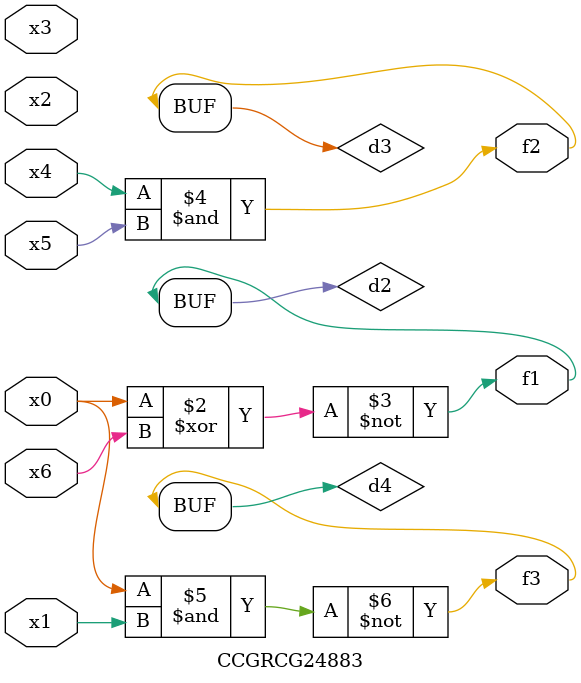
<source format=v>
module CCGRCG24883(
	input x0, x1, x2, x3, x4, x5, x6,
	output f1, f2, f3
);

	wire d1, d2, d3, d4;

	nor (d1, x0);
	xnor (d2, x0, x6);
	and (d3, x4, x5);
	nand (d4, x0, x1);
	assign f1 = d2;
	assign f2 = d3;
	assign f3 = d4;
endmodule

</source>
